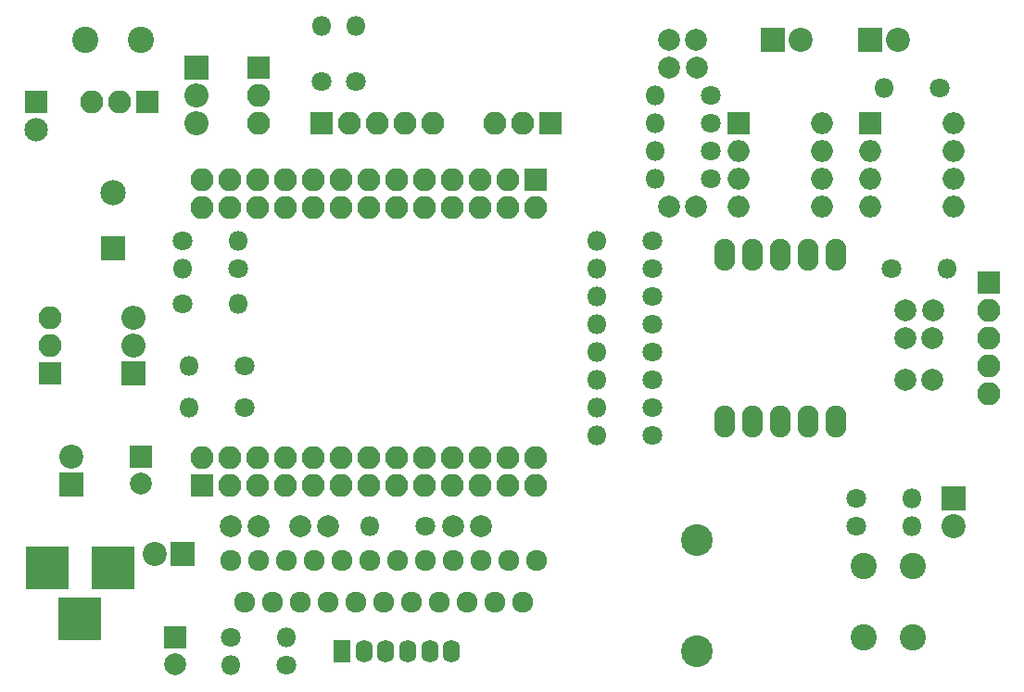
<source format=gbr>
G04 #@! TF.FileFunction,Soldermask,Bot*
%FSLAX46Y46*%
G04 Gerber Fmt 4.6, Leading zero omitted, Abs format (unit mm)*
G04 Created by KiCad (PCBNEW 4.0.7) date Mon Feb 26 15:09:19 2018*
%MOMM*%
%LPD*%
G01*
G04 APERTURE LIST*
%ADD10C,0.100000*%
%ADD11C,2.000000*%
%ADD12R,2.000000X2.000000*%
%ADD13R,2.200000X2.200000*%
%ADD14C,2.200000*%
%ADD15R,3.900000X3.900000*%
%ADD16R,2.150000X2.150000*%
%ADD17C,2.150000*%
%ADD18R,1.600000X2.100000*%
%ADD19O,1.600000X2.100000*%
%ADD20R,2.100000X2.100000*%
%ADD21O,2.100000X2.100000*%
%ADD22R,2.305000X2.305000*%
%ADD23C,2.305000*%
%ADD24C,2.899360*%
%ADD25O,2.200000X2.200000*%
%ADD26C,1.800000*%
%ADD27O,1.800000X1.800000*%
%ADD28C,1.924000*%
%ADD29O,1.924000X2.924000*%
%ADD30O,2.000000X2.000000*%
%ADD31C,2.400000*%
G04 APERTURE END LIST*
D10*
D11*
X104775000Y-112395000D03*
X102275000Y-112395000D03*
X108585000Y-112395000D03*
X111085000Y-112395000D03*
X122555000Y-112395000D03*
X125055000Y-112395000D03*
D12*
X93980000Y-106045000D03*
D11*
X93980000Y-108545000D03*
X163830000Y-99060000D03*
X166330000Y-99060000D03*
D12*
X97155000Y-122555000D03*
D11*
X97155000Y-125055000D03*
X142240000Y-83185000D03*
X144740000Y-83185000D03*
X166370000Y-92710000D03*
X163870000Y-92710000D03*
X142240000Y-67945000D03*
X144740000Y-67945000D03*
X144780000Y-70485000D03*
X142280000Y-70485000D03*
X163830000Y-95250000D03*
X166330000Y-95250000D03*
D13*
X97790000Y-114935000D03*
D14*
X95250000Y-114935000D03*
D13*
X87630000Y-108585000D03*
D14*
X87630000Y-106045000D03*
D13*
X168275000Y-109855000D03*
D14*
X168275000Y-112395000D03*
D13*
X151765000Y-67945000D03*
D14*
X154305000Y-67945000D03*
D15*
X91440000Y-116205000D03*
X85440000Y-116205000D03*
X88440000Y-120905000D03*
D16*
X84455000Y-73660000D03*
D17*
X84455000Y-76160000D03*
D18*
X112395000Y-123825000D03*
D19*
X114395000Y-123825000D03*
X116395000Y-123825000D03*
X118395000Y-123825000D03*
X120395000Y-123825000D03*
X122395000Y-123825000D03*
D20*
X99568000Y-108712000D03*
D21*
X99568000Y-106172000D03*
X102108000Y-108712000D03*
X102108000Y-106172000D03*
X104648000Y-108712000D03*
X104648000Y-106172000D03*
X107188000Y-108712000D03*
X107188000Y-106172000D03*
X109728000Y-108712000D03*
X109728000Y-106172000D03*
X112268000Y-108712000D03*
X112268000Y-106172000D03*
X114808000Y-108712000D03*
X114808000Y-106172000D03*
X117348000Y-108712000D03*
X117348000Y-106172000D03*
X119888000Y-108712000D03*
X119888000Y-106172000D03*
X122428000Y-108712000D03*
X122428000Y-106172000D03*
X124968000Y-108712000D03*
X124968000Y-106172000D03*
X127508000Y-108712000D03*
X127508000Y-106172000D03*
X130048000Y-108712000D03*
X130048000Y-106172000D03*
D20*
X130048000Y-80772000D03*
D21*
X130048000Y-83312000D03*
X127508000Y-80772000D03*
X127508000Y-83312000D03*
X124968000Y-80772000D03*
X124968000Y-83312000D03*
X122428000Y-80772000D03*
X122428000Y-83312000D03*
X119888000Y-80772000D03*
X119888000Y-83312000D03*
X117348000Y-80772000D03*
X117348000Y-83312000D03*
X114808000Y-80772000D03*
X114808000Y-83312000D03*
X112268000Y-80772000D03*
X112268000Y-83312000D03*
X109728000Y-80772000D03*
X109728000Y-83312000D03*
X107188000Y-80772000D03*
X107188000Y-83312000D03*
X104648000Y-80772000D03*
X104648000Y-83312000D03*
X102108000Y-80772000D03*
X102108000Y-83312000D03*
X99568000Y-80772000D03*
X99568000Y-83312000D03*
D22*
X91440000Y-86995000D03*
D23*
X91440000Y-81915000D03*
D24*
X144780000Y-113665000D03*
X144780000Y-123825000D03*
D13*
X99060000Y-70485000D03*
D25*
X99060000Y-73025000D03*
X99060000Y-75565000D03*
D13*
X93345000Y-98425000D03*
D25*
X93345000Y-95885000D03*
X93345000Y-93345000D03*
D26*
X97790000Y-86360000D03*
D27*
X102870000Y-86360000D03*
D26*
X102870000Y-88900000D03*
D27*
X97790000Y-88900000D03*
D26*
X102235000Y-122555000D03*
D27*
X107315000Y-122555000D03*
D26*
X107315000Y-125095000D03*
D27*
X102235000Y-125095000D03*
D26*
X110490000Y-71755000D03*
D27*
X110490000Y-66675000D03*
D26*
X120015000Y-112395000D03*
D27*
X114935000Y-112395000D03*
D26*
X103505000Y-97790000D03*
D27*
X98425000Y-97790000D03*
D26*
X103505000Y-101600000D03*
D27*
X98425000Y-101600000D03*
D26*
X113665000Y-71755000D03*
D27*
X113665000Y-66675000D03*
D26*
X159385000Y-112395000D03*
D27*
X164465000Y-112395000D03*
D26*
X159385000Y-109855000D03*
D27*
X164465000Y-109855000D03*
D26*
X146050000Y-80645000D03*
D27*
X140970000Y-80645000D03*
D26*
X146050000Y-78105000D03*
D27*
X140970000Y-78105000D03*
D26*
X162560000Y-88900000D03*
D27*
X167640000Y-88900000D03*
D26*
X140716000Y-104140000D03*
D27*
X135636000Y-104140000D03*
D26*
X140716000Y-101600000D03*
D27*
X135636000Y-101600000D03*
D26*
X140716000Y-99060000D03*
D27*
X135636000Y-99060000D03*
D26*
X140716000Y-96520000D03*
D27*
X135636000Y-96520000D03*
D26*
X140716000Y-93980000D03*
D27*
X135636000Y-93980000D03*
D26*
X140716000Y-91440000D03*
D27*
X135636000Y-91440000D03*
D26*
X140716000Y-88900000D03*
D27*
X135636000Y-88900000D03*
D26*
X140716000Y-86360000D03*
D27*
X135636000Y-86360000D03*
D26*
X97790000Y-92075000D03*
D27*
X102870000Y-92075000D03*
D26*
X146050000Y-75565000D03*
D27*
X140970000Y-75565000D03*
D26*
X167005000Y-72390000D03*
D27*
X161925000Y-72390000D03*
D26*
X146050000Y-73025000D03*
D27*
X140970000Y-73025000D03*
D20*
X94615000Y-73660000D03*
D21*
X92075000Y-73660000D03*
X89535000Y-73660000D03*
D20*
X104775000Y-70485000D03*
D21*
X104775000Y-73025000D03*
X104775000Y-75565000D03*
D28*
X130175000Y-115570000D03*
X128905000Y-119380000D03*
X127635000Y-115570000D03*
X126365000Y-119380000D03*
X125095000Y-115570000D03*
X123825000Y-119380000D03*
X122555000Y-115570000D03*
X121285000Y-119380000D03*
X120015000Y-115570000D03*
X118745000Y-119380000D03*
X117475000Y-115570000D03*
X116205000Y-119380000D03*
X114935000Y-115570000D03*
X113665000Y-119380000D03*
X112395000Y-115570000D03*
X111125000Y-119380000D03*
X109855000Y-115570000D03*
X108585000Y-119380000D03*
X107315000Y-115570000D03*
X106045000Y-119380000D03*
X104775000Y-115570000D03*
X103505000Y-119380000D03*
X102235000Y-115570000D03*
D29*
X147320000Y-102870000D03*
X149860000Y-102870000D03*
X152400000Y-102870000D03*
X154940000Y-102870000D03*
X157480000Y-102870000D03*
X157480000Y-87630000D03*
X154940000Y-87630000D03*
X152400000Y-87630000D03*
X149860000Y-87630000D03*
X147320000Y-87630000D03*
D12*
X160655000Y-75565000D03*
D30*
X168275000Y-83185000D03*
X160655000Y-78105000D03*
X168275000Y-80645000D03*
X160655000Y-80645000D03*
X168275000Y-78105000D03*
X160655000Y-83185000D03*
X168275000Y-75565000D03*
D12*
X148590000Y-75565000D03*
D30*
X156210000Y-83185000D03*
X148590000Y-78105000D03*
X156210000Y-80645000D03*
X148590000Y-80645000D03*
X156210000Y-78105000D03*
X148590000Y-83185000D03*
X156210000Y-75565000D03*
D20*
X85725000Y-98425000D03*
D21*
X85725000Y-95885000D03*
X85725000Y-93345000D03*
D31*
X93980000Y-67945000D03*
X88900000Y-67935000D03*
D20*
X171450000Y-90170000D03*
D21*
X171450000Y-92710000D03*
X171450000Y-95250000D03*
X171450000Y-97790000D03*
X171450000Y-100330000D03*
D20*
X131445000Y-75565000D03*
D21*
X128905000Y-75565000D03*
X126365000Y-75565000D03*
D20*
X110490000Y-75565000D03*
D21*
X113030000Y-75565000D03*
X115570000Y-75565000D03*
X118110000Y-75565000D03*
X120650000Y-75565000D03*
D13*
X160655000Y-67945000D03*
D14*
X163195000Y-67945000D03*
D31*
X164520000Y-122555000D03*
X160020000Y-122555000D03*
X164520000Y-116055000D03*
X160020000Y-116055000D03*
M02*

</source>
